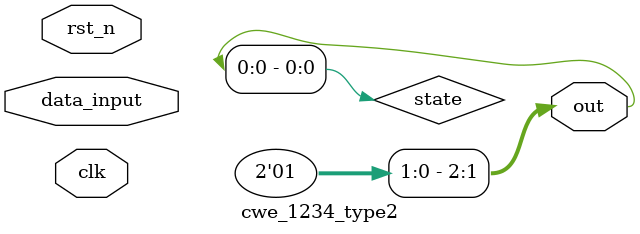
<source format=sv>
module cwe_1234_type2(
  output logic [2:0] out, 
  input logic [2:0] data_input, 
  input clk,
  input rst_n
);
  
  logic [1:0] fsm_state;

  always_ff @ (posedge clk or negedge rst_n )
    begin
      if (!rst_n)
        fsm_state = 3'h0;
      else
        case (data_input)
          3'h3: fsm_state = 2'h3;
          3'h4: fsm_state = 2'h2;
          3'h5: fsm_state = 2'h1;
          // no default case, user input is able to put 
          // FSM into states with no path out, ie 3'h6 and 3'h7
          // can be fixed by defining all possible states 
          // default: state = 2'h0;
        endcase
    end

  assign out = {1'h1, state};
endmodule

</source>
